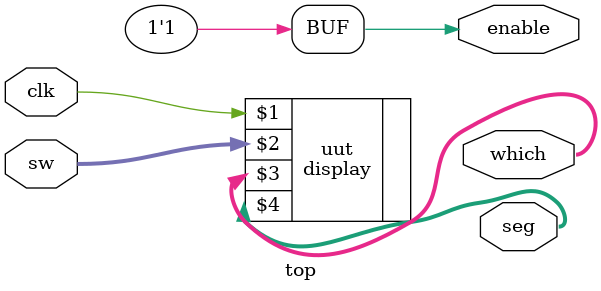
<source format=v>
`timescale 1ns / 1ps

module top (
    input clk,
    input [1:0] sw,
    output reg enable = 1,
    output [2:0] which,
    output [7:0] seg
);

  display uut (
      clk,
      sw,
      which,
      seg
  );
endmodule

</source>
